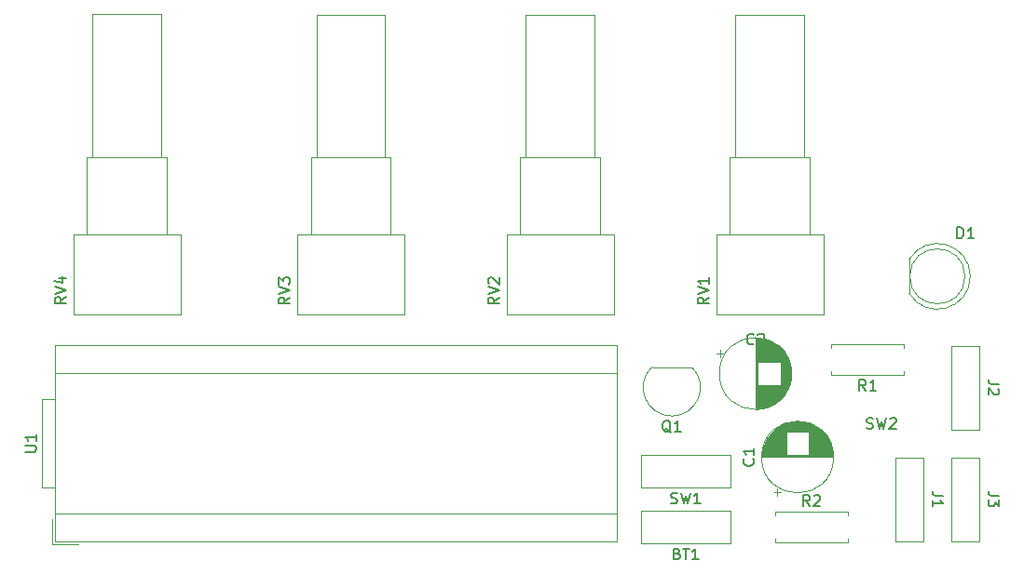
<source format=gbr>
%TF.GenerationSoftware,KiCad,Pcbnew,7.0.10*%
%TF.CreationDate,2024-01-25T23:58:25+01:00*%
%TF.ProjectId,daisy_01,64616973-795f-4303-912e-6b696361645f,rev?*%
%TF.SameCoordinates,Original*%
%TF.FileFunction,Legend,Top*%
%TF.FilePolarity,Positive*%
%FSLAX46Y46*%
G04 Gerber Fmt 4.6, Leading zero omitted, Abs format (unit mm)*
G04 Created by KiCad (PCBNEW 7.0.10) date 2024-01-25 23:58:25*
%MOMM*%
%LPD*%
G01*
G04 APERTURE LIST*
%ADD10C,0.150000*%
%ADD11C,0.120000*%
G04 APERTURE END LIST*
D10*
X176466667Y-120557200D02*
X176609524Y-120604819D01*
X176609524Y-120604819D02*
X176847619Y-120604819D01*
X176847619Y-120604819D02*
X176942857Y-120557200D01*
X176942857Y-120557200D02*
X176990476Y-120509580D01*
X176990476Y-120509580D02*
X177038095Y-120414342D01*
X177038095Y-120414342D02*
X177038095Y-120319104D01*
X177038095Y-120319104D02*
X176990476Y-120223866D01*
X176990476Y-120223866D02*
X176942857Y-120176247D01*
X176942857Y-120176247D02*
X176847619Y-120128628D01*
X176847619Y-120128628D02*
X176657143Y-120081009D01*
X176657143Y-120081009D02*
X176561905Y-120033390D01*
X176561905Y-120033390D02*
X176514286Y-119985771D01*
X176514286Y-119985771D02*
X176466667Y-119890533D01*
X176466667Y-119890533D02*
X176466667Y-119795295D01*
X176466667Y-119795295D02*
X176514286Y-119700057D01*
X176514286Y-119700057D02*
X176561905Y-119652438D01*
X176561905Y-119652438D02*
X176657143Y-119604819D01*
X176657143Y-119604819D02*
X176895238Y-119604819D01*
X176895238Y-119604819D02*
X177038095Y-119652438D01*
X177371429Y-119604819D02*
X177609524Y-120604819D01*
X177609524Y-120604819D02*
X177800000Y-119890533D01*
X177800000Y-119890533D02*
X177990476Y-120604819D01*
X177990476Y-120604819D02*
X178228572Y-119604819D01*
X178561905Y-119700057D02*
X178609524Y-119652438D01*
X178609524Y-119652438D02*
X178704762Y-119604819D01*
X178704762Y-119604819D02*
X178942857Y-119604819D01*
X178942857Y-119604819D02*
X179038095Y-119652438D01*
X179038095Y-119652438D02*
X179085714Y-119700057D01*
X179085714Y-119700057D02*
X179133333Y-119795295D01*
X179133333Y-119795295D02*
X179133333Y-119890533D01*
X179133333Y-119890533D02*
X179085714Y-120033390D01*
X179085714Y-120033390D02*
X178514286Y-120604819D01*
X178514286Y-120604819D02*
X179133333Y-120604819D01*
X143044819Y-108635238D02*
X142568628Y-108968571D01*
X143044819Y-109206666D02*
X142044819Y-109206666D01*
X142044819Y-109206666D02*
X142044819Y-108825714D01*
X142044819Y-108825714D02*
X142092438Y-108730476D01*
X142092438Y-108730476D02*
X142140057Y-108682857D01*
X142140057Y-108682857D02*
X142235295Y-108635238D01*
X142235295Y-108635238D02*
X142378152Y-108635238D01*
X142378152Y-108635238D02*
X142473390Y-108682857D01*
X142473390Y-108682857D02*
X142521009Y-108730476D01*
X142521009Y-108730476D02*
X142568628Y-108825714D01*
X142568628Y-108825714D02*
X142568628Y-109206666D01*
X142044819Y-108349523D02*
X143044819Y-108016190D01*
X143044819Y-108016190D02*
X142044819Y-107682857D01*
X142140057Y-107397142D02*
X142092438Y-107349523D01*
X142092438Y-107349523D02*
X142044819Y-107254285D01*
X142044819Y-107254285D02*
X142044819Y-107016190D01*
X142044819Y-107016190D02*
X142092438Y-106920952D01*
X142092438Y-106920952D02*
X142140057Y-106873333D01*
X142140057Y-106873333D02*
X142235295Y-106825714D01*
X142235295Y-106825714D02*
X142330533Y-106825714D01*
X142330533Y-106825714D02*
X142473390Y-106873333D01*
X142473390Y-106873333D02*
X143044819Y-107444761D01*
X143044819Y-107444761D02*
X143044819Y-106825714D01*
X166139580Y-123336666D02*
X166187200Y-123384285D01*
X166187200Y-123384285D02*
X166234819Y-123527142D01*
X166234819Y-123527142D02*
X166234819Y-123622380D01*
X166234819Y-123622380D02*
X166187200Y-123765237D01*
X166187200Y-123765237D02*
X166091961Y-123860475D01*
X166091961Y-123860475D02*
X165996723Y-123908094D01*
X165996723Y-123908094D02*
X165806247Y-123955713D01*
X165806247Y-123955713D02*
X165663390Y-123955713D01*
X165663390Y-123955713D02*
X165472914Y-123908094D01*
X165472914Y-123908094D02*
X165377676Y-123860475D01*
X165377676Y-123860475D02*
X165282438Y-123765237D01*
X165282438Y-123765237D02*
X165234819Y-123622380D01*
X165234819Y-123622380D02*
X165234819Y-123527142D01*
X165234819Y-123527142D02*
X165282438Y-123384285D01*
X165282438Y-123384285D02*
X165330057Y-123336666D01*
X166234819Y-122384285D02*
X166234819Y-122955713D01*
X166234819Y-122669999D02*
X165234819Y-122669999D01*
X165234819Y-122669999D02*
X165377676Y-122765237D01*
X165377676Y-122765237D02*
X165472914Y-122860475D01*
X165472914Y-122860475D02*
X165520533Y-122955713D01*
X124034819Y-108635238D02*
X123558628Y-108968571D01*
X124034819Y-109206666D02*
X123034819Y-109206666D01*
X123034819Y-109206666D02*
X123034819Y-108825714D01*
X123034819Y-108825714D02*
X123082438Y-108730476D01*
X123082438Y-108730476D02*
X123130057Y-108682857D01*
X123130057Y-108682857D02*
X123225295Y-108635238D01*
X123225295Y-108635238D02*
X123368152Y-108635238D01*
X123368152Y-108635238D02*
X123463390Y-108682857D01*
X123463390Y-108682857D02*
X123511009Y-108730476D01*
X123511009Y-108730476D02*
X123558628Y-108825714D01*
X123558628Y-108825714D02*
X123558628Y-109206666D01*
X123034819Y-108349523D02*
X124034819Y-108016190D01*
X124034819Y-108016190D02*
X123034819Y-107682857D01*
X123034819Y-107444761D02*
X123034819Y-106825714D01*
X123034819Y-106825714D02*
X123415771Y-107159047D01*
X123415771Y-107159047D02*
X123415771Y-107016190D01*
X123415771Y-107016190D02*
X123463390Y-106920952D01*
X123463390Y-106920952D02*
X123511009Y-106873333D01*
X123511009Y-106873333D02*
X123606247Y-106825714D01*
X123606247Y-106825714D02*
X123844342Y-106825714D01*
X123844342Y-106825714D02*
X123939580Y-106873333D01*
X123939580Y-106873333D02*
X123987200Y-106920952D01*
X123987200Y-106920952D02*
X124034819Y-107016190D01*
X124034819Y-107016190D02*
X124034819Y-107301904D01*
X124034819Y-107301904D02*
X123987200Y-107397142D01*
X123987200Y-107397142D02*
X123939580Y-107444761D01*
X184681905Y-103264819D02*
X184681905Y-102264819D01*
X184681905Y-102264819D02*
X184920000Y-102264819D01*
X184920000Y-102264819D02*
X185062857Y-102312438D01*
X185062857Y-102312438D02*
X185158095Y-102407676D01*
X185158095Y-102407676D02*
X185205714Y-102502914D01*
X185205714Y-102502914D02*
X185253333Y-102693390D01*
X185253333Y-102693390D02*
X185253333Y-102836247D01*
X185253333Y-102836247D02*
X185205714Y-103026723D01*
X185205714Y-103026723D02*
X185158095Y-103121961D01*
X185158095Y-103121961D02*
X185062857Y-103217200D01*
X185062857Y-103217200D02*
X184920000Y-103264819D01*
X184920000Y-103264819D02*
X184681905Y-103264819D01*
X186205714Y-103264819D02*
X185634286Y-103264819D01*
X185920000Y-103264819D02*
X185920000Y-102264819D01*
X185920000Y-102264819D02*
X185824762Y-102407676D01*
X185824762Y-102407676D02*
X185729524Y-102502914D01*
X185729524Y-102502914D02*
X185634286Y-102550533D01*
X99994819Y-122681904D02*
X100804342Y-122681904D01*
X100804342Y-122681904D02*
X100899580Y-122634285D01*
X100899580Y-122634285D02*
X100947200Y-122586666D01*
X100947200Y-122586666D02*
X100994819Y-122491428D01*
X100994819Y-122491428D02*
X100994819Y-122300952D01*
X100994819Y-122300952D02*
X100947200Y-122205714D01*
X100947200Y-122205714D02*
X100899580Y-122158095D01*
X100899580Y-122158095D02*
X100804342Y-122110476D01*
X100804342Y-122110476D02*
X99994819Y-122110476D01*
X100994819Y-121110476D02*
X100994819Y-121681904D01*
X100994819Y-121396190D02*
X99994819Y-121396190D01*
X99994819Y-121396190D02*
X100137676Y-121491428D01*
X100137676Y-121491428D02*
X100232914Y-121586666D01*
X100232914Y-121586666D02*
X100280533Y-121681904D01*
X162094819Y-108635238D02*
X161618628Y-108968571D01*
X162094819Y-109206666D02*
X161094819Y-109206666D01*
X161094819Y-109206666D02*
X161094819Y-108825714D01*
X161094819Y-108825714D02*
X161142438Y-108730476D01*
X161142438Y-108730476D02*
X161190057Y-108682857D01*
X161190057Y-108682857D02*
X161285295Y-108635238D01*
X161285295Y-108635238D02*
X161428152Y-108635238D01*
X161428152Y-108635238D02*
X161523390Y-108682857D01*
X161523390Y-108682857D02*
X161571009Y-108730476D01*
X161571009Y-108730476D02*
X161618628Y-108825714D01*
X161618628Y-108825714D02*
X161618628Y-109206666D01*
X161094819Y-108349523D02*
X162094819Y-108016190D01*
X162094819Y-108016190D02*
X161094819Y-107682857D01*
X162094819Y-106825714D02*
X162094819Y-107397142D01*
X162094819Y-107111428D02*
X161094819Y-107111428D01*
X161094819Y-107111428D02*
X161237676Y-107206666D01*
X161237676Y-107206666D02*
X161332914Y-107301904D01*
X161332914Y-107301904D02*
X161380533Y-107397142D01*
X158686667Y-127367200D02*
X158829524Y-127414819D01*
X158829524Y-127414819D02*
X159067619Y-127414819D01*
X159067619Y-127414819D02*
X159162857Y-127367200D01*
X159162857Y-127367200D02*
X159210476Y-127319580D01*
X159210476Y-127319580D02*
X159258095Y-127224342D01*
X159258095Y-127224342D02*
X159258095Y-127129104D01*
X159258095Y-127129104D02*
X159210476Y-127033866D01*
X159210476Y-127033866D02*
X159162857Y-126986247D01*
X159162857Y-126986247D02*
X159067619Y-126938628D01*
X159067619Y-126938628D02*
X158877143Y-126891009D01*
X158877143Y-126891009D02*
X158781905Y-126843390D01*
X158781905Y-126843390D02*
X158734286Y-126795771D01*
X158734286Y-126795771D02*
X158686667Y-126700533D01*
X158686667Y-126700533D02*
X158686667Y-126605295D01*
X158686667Y-126605295D02*
X158734286Y-126510057D01*
X158734286Y-126510057D02*
X158781905Y-126462438D01*
X158781905Y-126462438D02*
X158877143Y-126414819D01*
X158877143Y-126414819D02*
X159115238Y-126414819D01*
X159115238Y-126414819D02*
X159258095Y-126462438D01*
X159591429Y-126414819D02*
X159829524Y-127414819D01*
X159829524Y-127414819D02*
X160020000Y-126700533D01*
X160020000Y-126700533D02*
X160210476Y-127414819D01*
X160210476Y-127414819D02*
X160448572Y-126414819D01*
X161353333Y-127414819D02*
X160781905Y-127414819D01*
X161067619Y-127414819D02*
X161067619Y-126414819D01*
X161067619Y-126414819D02*
X160972381Y-126557676D01*
X160972381Y-126557676D02*
X160877143Y-126652914D01*
X160877143Y-126652914D02*
X160781905Y-126700533D01*
X166183333Y-112844580D02*
X166135714Y-112892200D01*
X166135714Y-112892200D02*
X165992857Y-112939819D01*
X165992857Y-112939819D02*
X165897619Y-112939819D01*
X165897619Y-112939819D02*
X165754762Y-112892200D01*
X165754762Y-112892200D02*
X165659524Y-112796961D01*
X165659524Y-112796961D02*
X165611905Y-112701723D01*
X165611905Y-112701723D02*
X165564286Y-112511247D01*
X165564286Y-112511247D02*
X165564286Y-112368390D01*
X165564286Y-112368390D02*
X165611905Y-112177914D01*
X165611905Y-112177914D02*
X165659524Y-112082676D01*
X165659524Y-112082676D02*
X165754762Y-111987438D01*
X165754762Y-111987438D02*
X165897619Y-111939819D01*
X165897619Y-111939819D02*
X165992857Y-111939819D01*
X165992857Y-111939819D02*
X166135714Y-111987438D01*
X166135714Y-111987438D02*
X166183333Y-112035057D01*
X166564286Y-112035057D02*
X166611905Y-111987438D01*
X166611905Y-111987438D02*
X166707143Y-111939819D01*
X166707143Y-111939819D02*
X166945238Y-111939819D01*
X166945238Y-111939819D02*
X167040476Y-111987438D01*
X167040476Y-111987438D02*
X167088095Y-112035057D01*
X167088095Y-112035057D02*
X167135714Y-112130295D01*
X167135714Y-112130295D02*
X167135714Y-112225533D01*
X167135714Y-112225533D02*
X167088095Y-112368390D01*
X167088095Y-112368390D02*
X166516667Y-112939819D01*
X166516667Y-112939819D02*
X167135714Y-112939819D01*
X159234285Y-131971009D02*
X159377142Y-132018628D01*
X159377142Y-132018628D02*
X159424761Y-132066247D01*
X159424761Y-132066247D02*
X159472380Y-132161485D01*
X159472380Y-132161485D02*
X159472380Y-132304342D01*
X159472380Y-132304342D02*
X159424761Y-132399580D01*
X159424761Y-132399580D02*
X159377142Y-132447200D01*
X159377142Y-132447200D02*
X159281904Y-132494819D01*
X159281904Y-132494819D02*
X158900952Y-132494819D01*
X158900952Y-132494819D02*
X158900952Y-131494819D01*
X158900952Y-131494819D02*
X159234285Y-131494819D01*
X159234285Y-131494819D02*
X159329523Y-131542438D01*
X159329523Y-131542438D02*
X159377142Y-131590057D01*
X159377142Y-131590057D02*
X159424761Y-131685295D01*
X159424761Y-131685295D02*
X159424761Y-131780533D01*
X159424761Y-131780533D02*
X159377142Y-131875771D01*
X159377142Y-131875771D02*
X159329523Y-131923390D01*
X159329523Y-131923390D02*
X159234285Y-131971009D01*
X159234285Y-131971009D02*
X158900952Y-131971009D01*
X159758095Y-131494819D02*
X160329523Y-131494819D01*
X160043809Y-132494819D02*
X160043809Y-131494819D01*
X161186666Y-132494819D02*
X160615238Y-132494819D01*
X160900952Y-132494819D02*
X160900952Y-131494819D01*
X160900952Y-131494819D02*
X160805714Y-131637676D01*
X160805714Y-131637676D02*
X160710476Y-131732914D01*
X160710476Y-131732914D02*
X160615238Y-131780533D01*
X103674819Y-108590238D02*
X103198628Y-108923571D01*
X103674819Y-109161666D02*
X102674819Y-109161666D01*
X102674819Y-109161666D02*
X102674819Y-108780714D01*
X102674819Y-108780714D02*
X102722438Y-108685476D01*
X102722438Y-108685476D02*
X102770057Y-108637857D01*
X102770057Y-108637857D02*
X102865295Y-108590238D01*
X102865295Y-108590238D02*
X103008152Y-108590238D01*
X103008152Y-108590238D02*
X103103390Y-108637857D01*
X103103390Y-108637857D02*
X103151009Y-108685476D01*
X103151009Y-108685476D02*
X103198628Y-108780714D01*
X103198628Y-108780714D02*
X103198628Y-109161666D01*
X102674819Y-108304523D02*
X103674819Y-107971190D01*
X103674819Y-107971190D02*
X102674819Y-107637857D01*
X103008152Y-106875952D02*
X103674819Y-106875952D01*
X102627200Y-107114047D02*
X103341485Y-107352142D01*
X103341485Y-107352142D02*
X103341485Y-106733095D01*
X188505180Y-126666666D02*
X187790895Y-126666666D01*
X187790895Y-126666666D02*
X187648038Y-126619047D01*
X187648038Y-126619047D02*
X187552800Y-126523809D01*
X187552800Y-126523809D02*
X187505180Y-126380952D01*
X187505180Y-126380952D02*
X187505180Y-126285714D01*
X188505180Y-127047619D02*
X188505180Y-127666666D01*
X188505180Y-127666666D02*
X188124228Y-127333333D01*
X188124228Y-127333333D02*
X188124228Y-127476190D01*
X188124228Y-127476190D02*
X188076609Y-127571428D01*
X188076609Y-127571428D02*
X188028990Y-127619047D01*
X188028990Y-127619047D02*
X187933752Y-127666666D01*
X187933752Y-127666666D02*
X187695657Y-127666666D01*
X187695657Y-127666666D02*
X187600419Y-127619047D01*
X187600419Y-127619047D02*
X187552800Y-127571428D01*
X187552800Y-127571428D02*
X187505180Y-127476190D01*
X187505180Y-127476190D02*
X187505180Y-127190476D01*
X187505180Y-127190476D02*
X187552800Y-127095238D01*
X187552800Y-127095238D02*
X187600419Y-127047619D01*
X158654761Y-120950057D02*
X158559523Y-120902438D01*
X158559523Y-120902438D02*
X158464285Y-120807200D01*
X158464285Y-120807200D02*
X158321428Y-120664342D01*
X158321428Y-120664342D02*
X158226190Y-120616723D01*
X158226190Y-120616723D02*
X158130952Y-120616723D01*
X158178571Y-120854819D02*
X158083333Y-120807200D01*
X158083333Y-120807200D02*
X157988095Y-120711961D01*
X157988095Y-120711961D02*
X157940476Y-120521485D01*
X157940476Y-120521485D02*
X157940476Y-120188152D01*
X157940476Y-120188152D02*
X157988095Y-119997676D01*
X157988095Y-119997676D02*
X158083333Y-119902438D01*
X158083333Y-119902438D02*
X158178571Y-119854819D01*
X158178571Y-119854819D02*
X158369047Y-119854819D01*
X158369047Y-119854819D02*
X158464285Y-119902438D01*
X158464285Y-119902438D02*
X158559523Y-119997676D01*
X158559523Y-119997676D02*
X158607142Y-120188152D01*
X158607142Y-120188152D02*
X158607142Y-120521485D01*
X158607142Y-120521485D02*
X158559523Y-120711961D01*
X158559523Y-120711961D02*
X158464285Y-120807200D01*
X158464285Y-120807200D02*
X158369047Y-120854819D01*
X158369047Y-120854819D02*
X158178571Y-120854819D01*
X159559523Y-120854819D02*
X158988095Y-120854819D01*
X159273809Y-120854819D02*
X159273809Y-119854819D01*
X159273809Y-119854819D02*
X159178571Y-119997676D01*
X159178571Y-119997676D02*
X159083333Y-120092914D01*
X159083333Y-120092914D02*
X158988095Y-120140533D01*
X183425180Y-126666666D02*
X182710895Y-126666666D01*
X182710895Y-126666666D02*
X182568038Y-126619047D01*
X182568038Y-126619047D02*
X182472800Y-126523809D01*
X182472800Y-126523809D02*
X182425180Y-126380952D01*
X182425180Y-126380952D02*
X182425180Y-126285714D01*
X182425180Y-127666666D02*
X182425180Y-127095238D01*
X182425180Y-127380952D02*
X183425180Y-127380952D01*
X183425180Y-127380952D02*
X183282323Y-127285714D01*
X183282323Y-127285714D02*
X183187085Y-127190476D01*
X183187085Y-127190476D02*
X183139466Y-127095238D01*
X171283333Y-127624819D02*
X170950000Y-127148628D01*
X170711905Y-127624819D02*
X170711905Y-126624819D01*
X170711905Y-126624819D02*
X171092857Y-126624819D01*
X171092857Y-126624819D02*
X171188095Y-126672438D01*
X171188095Y-126672438D02*
X171235714Y-126720057D01*
X171235714Y-126720057D02*
X171283333Y-126815295D01*
X171283333Y-126815295D02*
X171283333Y-126958152D01*
X171283333Y-126958152D02*
X171235714Y-127053390D01*
X171235714Y-127053390D02*
X171188095Y-127101009D01*
X171188095Y-127101009D02*
X171092857Y-127148628D01*
X171092857Y-127148628D02*
X170711905Y-127148628D01*
X171664286Y-126720057D02*
X171711905Y-126672438D01*
X171711905Y-126672438D02*
X171807143Y-126624819D01*
X171807143Y-126624819D02*
X172045238Y-126624819D01*
X172045238Y-126624819D02*
X172140476Y-126672438D01*
X172140476Y-126672438D02*
X172188095Y-126720057D01*
X172188095Y-126720057D02*
X172235714Y-126815295D01*
X172235714Y-126815295D02*
X172235714Y-126910533D01*
X172235714Y-126910533D02*
X172188095Y-127053390D01*
X172188095Y-127053390D02*
X171616667Y-127624819D01*
X171616667Y-127624819D02*
X172235714Y-127624819D01*
X176363333Y-117124819D02*
X176030000Y-116648628D01*
X175791905Y-117124819D02*
X175791905Y-116124819D01*
X175791905Y-116124819D02*
X176172857Y-116124819D01*
X176172857Y-116124819D02*
X176268095Y-116172438D01*
X176268095Y-116172438D02*
X176315714Y-116220057D01*
X176315714Y-116220057D02*
X176363333Y-116315295D01*
X176363333Y-116315295D02*
X176363333Y-116458152D01*
X176363333Y-116458152D02*
X176315714Y-116553390D01*
X176315714Y-116553390D02*
X176268095Y-116601009D01*
X176268095Y-116601009D02*
X176172857Y-116648628D01*
X176172857Y-116648628D02*
X175791905Y-116648628D01*
X177315714Y-117124819D02*
X176744286Y-117124819D01*
X177030000Y-117124819D02*
X177030000Y-116124819D01*
X177030000Y-116124819D02*
X176934762Y-116267676D01*
X176934762Y-116267676D02*
X176839524Y-116362914D01*
X176839524Y-116362914D02*
X176744286Y-116410533D01*
X188505180Y-116506666D02*
X187790895Y-116506666D01*
X187790895Y-116506666D02*
X187648038Y-116459047D01*
X187648038Y-116459047D02*
X187552800Y-116363809D01*
X187552800Y-116363809D02*
X187505180Y-116220952D01*
X187505180Y-116220952D02*
X187505180Y-116125714D01*
X188409942Y-116935238D02*
X188457561Y-116982857D01*
X188457561Y-116982857D02*
X188505180Y-117078095D01*
X188505180Y-117078095D02*
X188505180Y-117316190D01*
X188505180Y-117316190D02*
X188457561Y-117411428D01*
X188457561Y-117411428D02*
X188409942Y-117459047D01*
X188409942Y-117459047D02*
X188314704Y-117506666D01*
X188314704Y-117506666D02*
X188219466Y-117506666D01*
X188219466Y-117506666D02*
X188076609Y-117459047D01*
X188076609Y-117459047D02*
X187505180Y-116887619D01*
X187505180Y-116887619D02*
X187505180Y-117506666D01*
D11*
%TO.C,RV2*%
X145470000Y-82920000D02*
X151710000Y-82920000D01*
X151710000Y-95920000D02*
X151710000Y-82920000D01*
X145470000Y-95920000D02*
X145470000Y-82920000D01*
X144970000Y-95920000D02*
X152210000Y-95920000D01*
X152210000Y-102920000D02*
X152210000Y-95920000D01*
X144970000Y-102920000D02*
X144970000Y-95920000D01*
X143720000Y-102920000D02*
X153460000Y-102920000D01*
X153460000Y-110215000D02*
X153460000Y-102920000D01*
X143720000Y-110215000D02*
X143720000Y-102920000D01*
X143720000Y-110215000D02*
X153460000Y-110215000D01*
%TO.C,C1*%
X168341000Y-126670241D02*
X168341000Y-126040241D01*
X168026000Y-126355241D02*
X168656000Y-126355241D01*
X166950000Y-123170000D02*
X173410000Y-123170000D01*
X166950000Y-123130000D02*
X173410000Y-123130000D01*
X166950000Y-123090000D02*
X173410000Y-123090000D01*
X166952000Y-123050000D02*
X173408000Y-123050000D01*
X166953000Y-123010000D02*
X173407000Y-123010000D01*
X166956000Y-122970000D02*
X173404000Y-122970000D01*
X166958000Y-122930000D02*
X169140000Y-122930000D01*
X171220000Y-122930000D02*
X173402000Y-122930000D01*
X166962000Y-122890000D02*
X169140000Y-122890000D01*
X171220000Y-122890000D02*
X173398000Y-122890000D01*
X166965000Y-122850000D02*
X169140000Y-122850000D01*
X171220000Y-122850000D02*
X173395000Y-122850000D01*
X166969000Y-122810000D02*
X169140000Y-122810000D01*
X171220000Y-122810000D02*
X173391000Y-122810000D01*
X166974000Y-122770000D02*
X169140000Y-122770000D01*
X171220000Y-122770000D02*
X173386000Y-122770000D01*
X166979000Y-122730000D02*
X169140000Y-122730000D01*
X171220000Y-122730000D02*
X173381000Y-122730000D01*
X166985000Y-122690000D02*
X169140000Y-122690000D01*
X171220000Y-122690000D02*
X173375000Y-122690000D01*
X166991000Y-122650000D02*
X169140000Y-122650000D01*
X171220000Y-122650000D02*
X173369000Y-122650000D01*
X166998000Y-122610000D02*
X169140000Y-122610000D01*
X171220000Y-122610000D02*
X173362000Y-122610000D01*
X167005000Y-122570000D02*
X169140000Y-122570000D01*
X171220000Y-122570000D02*
X173355000Y-122570000D01*
X167013000Y-122530000D02*
X169140000Y-122530000D01*
X171220000Y-122530000D02*
X173347000Y-122530000D01*
X167021000Y-122490000D02*
X169140000Y-122490000D01*
X171220000Y-122490000D02*
X173339000Y-122490000D01*
X167030000Y-122449000D02*
X169140000Y-122449000D01*
X171220000Y-122449000D02*
X173330000Y-122449000D01*
X167039000Y-122409000D02*
X169140000Y-122409000D01*
X171220000Y-122409000D02*
X173321000Y-122409000D01*
X167049000Y-122369000D02*
X169140000Y-122369000D01*
X171220000Y-122369000D02*
X173311000Y-122369000D01*
X167059000Y-122329000D02*
X169140000Y-122329000D01*
X171220000Y-122329000D02*
X173301000Y-122329000D01*
X167070000Y-122289000D02*
X169140000Y-122289000D01*
X171220000Y-122289000D02*
X173290000Y-122289000D01*
X167082000Y-122249000D02*
X169140000Y-122249000D01*
X171220000Y-122249000D02*
X173278000Y-122249000D01*
X167094000Y-122209000D02*
X169140000Y-122209000D01*
X171220000Y-122209000D02*
X173266000Y-122209000D01*
X167106000Y-122169000D02*
X169140000Y-122169000D01*
X171220000Y-122169000D02*
X173254000Y-122169000D01*
X167119000Y-122129000D02*
X169140000Y-122129000D01*
X171220000Y-122129000D02*
X173241000Y-122129000D01*
X167133000Y-122089000D02*
X169140000Y-122089000D01*
X171220000Y-122089000D02*
X173227000Y-122089000D01*
X167147000Y-122049000D02*
X169140000Y-122049000D01*
X171220000Y-122049000D02*
X173213000Y-122049000D01*
X167162000Y-122009000D02*
X169140000Y-122009000D01*
X171220000Y-122009000D02*
X173198000Y-122009000D01*
X167178000Y-121969000D02*
X169140000Y-121969000D01*
X171220000Y-121969000D02*
X173182000Y-121969000D01*
X167194000Y-121929000D02*
X169140000Y-121929000D01*
X171220000Y-121929000D02*
X173166000Y-121929000D01*
X167210000Y-121889000D02*
X169140000Y-121889000D01*
X171220000Y-121889000D02*
X173150000Y-121889000D01*
X167228000Y-121849000D02*
X169140000Y-121849000D01*
X171220000Y-121849000D02*
X173132000Y-121849000D01*
X167246000Y-121809000D02*
X169140000Y-121809000D01*
X171220000Y-121809000D02*
X173114000Y-121809000D01*
X167264000Y-121769000D02*
X169140000Y-121769000D01*
X171220000Y-121769000D02*
X173096000Y-121769000D01*
X167284000Y-121729000D02*
X169140000Y-121729000D01*
X171220000Y-121729000D02*
X173076000Y-121729000D01*
X167304000Y-121689000D02*
X169140000Y-121689000D01*
X171220000Y-121689000D02*
X173056000Y-121689000D01*
X167324000Y-121649000D02*
X169140000Y-121649000D01*
X171220000Y-121649000D02*
X173036000Y-121649000D01*
X167346000Y-121609000D02*
X169140000Y-121609000D01*
X171220000Y-121609000D02*
X173014000Y-121609000D01*
X167368000Y-121569000D02*
X169140000Y-121569000D01*
X171220000Y-121569000D02*
X172992000Y-121569000D01*
X167390000Y-121529000D02*
X169140000Y-121529000D01*
X171220000Y-121529000D02*
X172970000Y-121529000D01*
X167414000Y-121489000D02*
X169140000Y-121489000D01*
X171220000Y-121489000D02*
X172946000Y-121489000D01*
X167438000Y-121449000D02*
X169140000Y-121449000D01*
X171220000Y-121449000D02*
X172922000Y-121449000D01*
X167464000Y-121409000D02*
X169140000Y-121409000D01*
X171220000Y-121409000D02*
X172896000Y-121409000D01*
X167490000Y-121369000D02*
X169140000Y-121369000D01*
X171220000Y-121369000D02*
X172870000Y-121369000D01*
X167516000Y-121329000D02*
X169140000Y-121329000D01*
X171220000Y-121329000D02*
X172844000Y-121329000D01*
X167544000Y-121289000D02*
X169140000Y-121289000D01*
X171220000Y-121289000D02*
X172816000Y-121289000D01*
X167573000Y-121249000D02*
X169140000Y-121249000D01*
X171220000Y-121249000D02*
X172787000Y-121249000D01*
X167602000Y-121209000D02*
X169140000Y-121209000D01*
X171220000Y-121209000D02*
X172758000Y-121209000D01*
X167632000Y-121169000D02*
X169140000Y-121169000D01*
X171220000Y-121169000D02*
X172728000Y-121169000D01*
X167664000Y-121129000D02*
X169140000Y-121129000D01*
X171220000Y-121129000D02*
X172696000Y-121129000D01*
X167696000Y-121089000D02*
X169140000Y-121089000D01*
X171220000Y-121089000D02*
X172664000Y-121089000D01*
X167730000Y-121049000D02*
X169140000Y-121049000D01*
X171220000Y-121049000D02*
X172630000Y-121049000D01*
X167764000Y-121009000D02*
X169140000Y-121009000D01*
X171220000Y-121009000D02*
X172596000Y-121009000D01*
X167800000Y-120969000D02*
X169140000Y-120969000D01*
X171220000Y-120969000D02*
X172560000Y-120969000D01*
X167837000Y-120929000D02*
X169140000Y-120929000D01*
X171220000Y-120929000D02*
X172523000Y-120929000D01*
X167875000Y-120889000D02*
X169140000Y-120889000D01*
X171220000Y-120889000D02*
X172485000Y-120889000D01*
X167915000Y-120849000D02*
X172445000Y-120849000D01*
X167956000Y-120809000D02*
X172404000Y-120809000D01*
X167998000Y-120769000D02*
X172362000Y-120769000D01*
X168043000Y-120729000D02*
X172317000Y-120729000D01*
X168088000Y-120689000D02*
X172272000Y-120689000D01*
X168136000Y-120649000D02*
X172224000Y-120649000D01*
X168185000Y-120609000D02*
X172175000Y-120609000D01*
X168236000Y-120569000D02*
X172124000Y-120569000D01*
X168290000Y-120529000D02*
X172070000Y-120529000D01*
X168346000Y-120489000D02*
X172014000Y-120489000D01*
X168404000Y-120449000D02*
X171956000Y-120449000D01*
X168466000Y-120409000D02*
X171894000Y-120409000D01*
X168530000Y-120369000D02*
X171830000Y-120369000D01*
X168599000Y-120329000D02*
X171761000Y-120329000D01*
X168671000Y-120289000D02*
X171689000Y-120289000D01*
X168748000Y-120249000D02*
X171612000Y-120249000D01*
X168830000Y-120209000D02*
X171530000Y-120209000D01*
X168918000Y-120169000D02*
X171442000Y-120169000D01*
X169015000Y-120129000D02*
X171345000Y-120129000D01*
X169121000Y-120089000D02*
X171239000Y-120089000D01*
X169240000Y-120049000D02*
X171120000Y-120049000D01*
X169378000Y-120009000D02*
X170982000Y-120009000D01*
X169547000Y-119969000D02*
X170813000Y-119969000D01*
X169778000Y-119929000D02*
X170582000Y-119929000D01*
X173450000Y-123170000D02*
G75*
G03*
X166910000Y-123170000I-3270000J0D01*
G01*
X166910000Y-123170000D02*
G75*
G03*
X173450000Y-123170000I3270000J0D01*
G01*
%TO.C,RV3*%
X126460000Y-82920000D02*
X132700000Y-82920000D01*
X132700000Y-95920000D02*
X132700000Y-82920000D01*
X126460000Y-95920000D02*
X126460000Y-82920000D01*
X125960000Y-95920000D02*
X133200000Y-95920000D01*
X133200000Y-102920000D02*
X133200000Y-95920000D01*
X125960000Y-102920000D02*
X125960000Y-95920000D01*
X124710000Y-102920000D02*
X134450000Y-102920000D01*
X134450000Y-110215000D02*
X134450000Y-102920000D01*
X124710000Y-110215000D02*
X124710000Y-102920000D01*
X124710000Y-110215000D02*
X134450000Y-110215000D01*
%TO.C,D1*%
X180320000Y-105180000D02*
X180320000Y-108270000D01*
X185869999Y-106725462D02*
G75*
G03*
X180320001Y-105180170I-2989999J462D01*
G01*
X180320000Y-108269830D02*
G75*
G03*
X185870000Y-106724538I2560000J1544830D01*
G01*
X185380000Y-106725000D02*
G75*
G03*
X180380000Y-106725000I-2500000J0D01*
G01*
X180380000Y-106725000D02*
G75*
G03*
X185380000Y-106725000I2500000J0D01*
G01*
%TO.C,U1*%
X102440000Y-131120000D02*
X104840000Y-131120000D01*
X102740000Y-130820000D02*
X102740000Y-113020000D01*
X153740000Y-130820000D02*
X102740000Y-130820000D01*
X102440000Y-128820000D02*
X102440000Y-131120000D01*
X102740000Y-128340000D02*
X153740000Y-128340000D01*
X101540000Y-125920000D02*
X101540000Y-117920000D01*
X102740000Y-125920000D02*
X101540000Y-125920000D01*
X101540000Y-117920000D02*
X102740000Y-117920000D01*
X102740000Y-115540000D02*
X153740000Y-115540000D01*
X102740000Y-113020000D02*
X153740000Y-113020000D01*
X153740000Y-113020000D02*
X153740000Y-130820000D01*
%TO.C,RV1*%
X164520000Y-82920000D02*
X170760000Y-82920000D01*
X170760000Y-95920000D02*
X170760000Y-82920000D01*
X164520000Y-95920000D02*
X164520000Y-82920000D01*
X164020000Y-95920000D02*
X171260000Y-95920000D01*
X171260000Y-102920000D02*
X171260000Y-95920000D01*
X164020000Y-102920000D02*
X164020000Y-95920000D01*
X162770000Y-102920000D02*
X172510000Y-102920000D01*
X172510000Y-110215000D02*
X172510000Y-102920000D01*
X162770000Y-110215000D02*
X162770000Y-102920000D01*
X162770000Y-110215000D02*
X172510000Y-110215000D01*
%TO.C,SW1*%
X164060000Y-125960000D02*
X164060000Y-122960000D01*
X164060000Y-125960000D02*
X155960000Y-125960000D01*
X155960000Y-122960000D02*
X164060000Y-122960000D01*
X155960000Y-122960000D02*
X155960000Y-125960000D01*
%TO.C,C2*%
X162849759Y-113731000D02*
X163479759Y-113731000D01*
X163164759Y-113416000D02*
X163164759Y-114046000D01*
X166350000Y-112340000D02*
X166350000Y-118800000D01*
X166390000Y-112340000D02*
X166390000Y-118800000D01*
X166430000Y-112340000D02*
X166430000Y-118800000D01*
X166470000Y-112342000D02*
X166470000Y-118798000D01*
X166510000Y-112343000D02*
X166510000Y-118797000D01*
X166550000Y-112346000D02*
X166550000Y-118794000D01*
X166590000Y-112348000D02*
X166590000Y-114530000D01*
X166590000Y-116610000D02*
X166590000Y-118792000D01*
X166630000Y-112352000D02*
X166630000Y-114530000D01*
X166630000Y-116610000D02*
X166630000Y-118788000D01*
X166670000Y-112355000D02*
X166670000Y-114530000D01*
X166670000Y-116610000D02*
X166670000Y-118785000D01*
X166710000Y-112359000D02*
X166710000Y-114530000D01*
X166710000Y-116610000D02*
X166710000Y-118781000D01*
X166750000Y-112364000D02*
X166750000Y-114530000D01*
X166750000Y-116610000D02*
X166750000Y-118776000D01*
X166790000Y-112369000D02*
X166790000Y-114530000D01*
X166790000Y-116610000D02*
X166790000Y-118771000D01*
X166830000Y-112375000D02*
X166830000Y-114530000D01*
X166830000Y-116610000D02*
X166830000Y-118765000D01*
X166870000Y-112381000D02*
X166870000Y-114530000D01*
X166870000Y-116610000D02*
X166870000Y-118759000D01*
X166910000Y-112388000D02*
X166910000Y-114530000D01*
X166910000Y-116610000D02*
X166910000Y-118752000D01*
X166950000Y-112395000D02*
X166950000Y-114530000D01*
X166950000Y-116610000D02*
X166950000Y-118745000D01*
X166990000Y-112403000D02*
X166990000Y-114530000D01*
X166990000Y-116610000D02*
X166990000Y-118737000D01*
X167030000Y-112411000D02*
X167030000Y-114530000D01*
X167030000Y-116610000D02*
X167030000Y-118729000D01*
X167071000Y-112420000D02*
X167071000Y-114530000D01*
X167071000Y-116610000D02*
X167071000Y-118720000D01*
X167111000Y-112429000D02*
X167111000Y-114530000D01*
X167111000Y-116610000D02*
X167111000Y-118711000D01*
X167151000Y-112439000D02*
X167151000Y-114530000D01*
X167151000Y-116610000D02*
X167151000Y-118701000D01*
X167191000Y-112449000D02*
X167191000Y-114530000D01*
X167191000Y-116610000D02*
X167191000Y-118691000D01*
X167231000Y-112460000D02*
X167231000Y-114530000D01*
X167231000Y-116610000D02*
X167231000Y-118680000D01*
X167271000Y-112472000D02*
X167271000Y-114530000D01*
X167271000Y-116610000D02*
X167271000Y-118668000D01*
X167311000Y-112484000D02*
X167311000Y-114530000D01*
X167311000Y-116610000D02*
X167311000Y-118656000D01*
X167351000Y-112496000D02*
X167351000Y-114530000D01*
X167351000Y-116610000D02*
X167351000Y-118644000D01*
X167391000Y-112509000D02*
X167391000Y-114530000D01*
X167391000Y-116610000D02*
X167391000Y-118631000D01*
X167431000Y-112523000D02*
X167431000Y-114530000D01*
X167431000Y-116610000D02*
X167431000Y-118617000D01*
X167471000Y-112537000D02*
X167471000Y-114530000D01*
X167471000Y-116610000D02*
X167471000Y-118603000D01*
X167511000Y-112552000D02*
X167511000Y-114530000D01*
X167511000Y-116610000D02*
X167511000Y-118588000D01*
X167551000Y-112568000D02*
X167551000Y-114530000D01*
X167551000Y-116610000D02*
X167551000Y-118572000D01*
X167591000Y-112584000D02*
X167591000Y-114530000D01*
X167591000Y-116610000D02*
X167591000Y-118556000D01*
X167631000Y-112600000D02*
X167631000Y-114530000D01*
X167631000Y-116610000D02*
X167631000Y-118540000D01*
X167671000Y-112618000D02*
X167671000Y-114530000D01*
X167671000Y-116610000D02*
X167671000Y-118522000D01*
X167711000Y-112636000D02*
X167711000Y-114530000D01*
X167711000Y-116610000D02*
X167711000Y-118504000D01*
X167751000Y-112654000D02*
X167751000Y-114530000D01*
X167751000Y-116610000D02*
X167751000Y-118486000D01*
X167791000Y-112674000D02*
X167791000Y-114530000D01*
X167791000Y-116610000D02*
X167791000Y-118466000D01*
X167831000Y-112694000D02*
X167831000Y-114530000D01*
X167831000Y-116610000D02*
X167831000Y-118446000D01*
X167871000Y-112714000D02*
X167871000Y-114530000D01*
X167871000Y-116610000D02*
X167871000Y-118426000D01*
X167911000Y-112736000D02*
X167911000Y-114530000D01*
X167911000Y-116610000D02*
X167911000Y-118404000D01*
X167951000Y-112758000D02*
X167951000Y-114530000D01*
X167951000Y-116610000D02*
X167951000Y-118382000D01*
X167991000Y-112780000D02*
X167991000Y-114530000D01*
X167991000Y-116610000D02*
X167991000Y-118360000D01*
X168031000Y-112804000D02*
X168031000Y-114530000D01*
X168031000Y-116610000D02*
X168031000Y-118336000D01*
X168071000Y-112828000D02*
X168071000Y-114530000D01*
X168071000Y-116610000D02*
X168071000Y-118312000D01*
X168111000Y-112854000D02*
X168111000Y-114530000D01*
X168111000Y-116610000D02*
X168111000Y-118286000D01*
X168151000Y-112880000D02*
X168151000Y-114530000D01*
X168151000Y-116610000D02*
X168151000Y-118260000D01*
X168191000Y-112906000D02*
X168191000Y-114530000D01*
X168191000Y-116610000D02*
X168191000Y-118234000D01*
X168231000Y-112934000D02*
X168231000Y-114530000D01*
X168231000Y-116610000D02*
X168231000Y-118206000D01*
X168271000Y-112963000D02*
X168271000Y-114530000D01*
X168271000Y-116610000D02*
X168271000Y-118177000D01*
X168311000Y-112992000D02*
X168311000Y-114530000D01*
X168311000Y-116610000D02*
X168311000Y-118148000D01*
X168351000Y-113022000D02*
X168351000Y-114530000D01*
X168351000Y-116610000D02*
X168351000Y-118118000D01*
X168391000Y-113054000D02*
X168391000Y-114530000D01*
X168391000Y-116610000D02*
X168391000Y-118086000D01*
X168431000Y-113086000D02*
X168431000Y-114530000D01*
X168431000Y-116610000D02*
X168431000Y-118054000D01*
X168471000Y-113120000D02*
X168471000Y-114530000D01*
X168471000Y-116610000D02*
X168471000Y-118020000D01*
X168511000Y-113154000D02*
X168511000Y-114530000D01*
X168511000Y-116610000D02*
X168511000Y-117986000D01*
X168551000Y-113190000D02*
X168551000Y-114530000D01*
X168551000Y-116610000D02*
X168551000Y-117950000D01*
X168591000Y-113227000D02*
X168591000Y-114530000D01*
X168591000Y-116610000D02*
X168591000Y-117913000D01*
X168631000Y-113265000D02*
X168631000Y-114530000D01*
X168631000Y-116610000D02*
X168631000Y-117875000D01*
X168671000Y-113305000D02*
X168671000Y-117835000D01*
X168711000Y-113346000D02*
X168711000Y-117794000D01*
X168751000Y-113388000D02*
X168751000Y-117752000D01*
X168791000Y-113433000D02*
X168791000Y-117707000D01*
X168831000Y-113478000D02*
X168831000Y-117662000D01*
X168871000Y-113526000D02*
X168871000Y-117614000D01*
X168911000Y-113575000D02*
X168911000Y-117565000D01*
X168951000Y-113626000D02*
X168951000Y-117514000D01*
X168991000Y-113680000D02*
X168991000Y-117460000D01*
X169031000Y-113736000D02*
X169031000Y-117404000D01*
X169071000Y-113794000D02*
X169071000Y-117346000D01*
X169111000Y-113856000D02*
X169111000Y-117284000D01*
X169151000Y-113920000D02*
X169151000Y-117220000D01*
X169191000Y-113989000D02*
X169191000Y-117151000D01*
X169231000Y-114061000D02*
X169231000Y-117079000D01*
X169271000Y-114138000D02*
X169271000Y-117002000D01*
X169311000Y-114220000D02*
X169311000Y-116920000D01*
X169351000Y-114308000D02*
X169351000Y-116832000D01*
X169391000Y-114405000D02*
X169391000Y-116735000D01*
X169431000Y-114511000D02*
X169431000Y-116629000D01*
X169471000Y-114630000D02*
X169471000Y-116510000D01*
X169511000Y-114768000D02*
X169511000Y-116372000D01*
X169551000Y-114937000D02*
X169551000Y-116203000D01*
X169591000Y-115168000D02*
X169591000Y-115972000D01*
X169620000Y-115570000D02*
G75*
G03*
X163080000Y-115570000I-3270000J0D01*
G01*
X163080000Y-115570000D02*
G75*
G03*
X169620000Y-115570000I3270000J0D01*
G01*
%TO.C,BT1*%
X164060000Y-131040000D02*
X164060000Y-128040000D01*
X164060000Y-131040000D02*
X155960000Y-131040000D01*
X155960000Y-128040000D02*
X164060000Y-128040000D01*
X155960000Y-128040000D02*
X155960000Y-131040000D01*
%TO.C,RV4*%
X106100000Y-82875000D02*
X112340000Y-82875000D01*
X112340000Y-95875000D02*
X112340000Y-82875000D01*
X106100000Y-95875000D02*
X106100000Y-82875000D01*
X105600000Y-95875000D02*
X112840000Y-95875000D01*
X112840000Y-102875000D02*
X112840000Y-95875000D01*
X105600000Y-102875000D02*
X105600000Y-95875000D01*
X104350000Y-102875000D02*
X114090000Y-102875000D01*
X114090000Y-110170000D02*
X114090000Y-102875000D01*
X104350000Y-110170000D02*
X104350000Y-102875000D01*
X104350000Y-110170000D02*
X114090000Y-110170000D01*
%TO.C,J3*%
X186690000Y-123190000D02*
X184150000Y-123190000D01*
X184150000Y-123190000D02*
X184150000Y-130810000D01*
X184150000Y-130810000D02*
X186690000Y-130810000D01*
X186690000Y-130810000D02*
X186690000Y-123190000D01*
%TO.C,Q1*%
X160550000Y-114990000D02*
X156950000Y-114990000D01*
X158750000Y-119440000D02*
G75*
G03*
X160588478Y-115001522I0J2600000D01*
G01*
X156911522Y-115001522D02*
G75*
G03*
X158750000Y-119440000I1838478J-1838478D01*
G01*
%TO.C,J1*%
X181610000Y-123190000D02*
X179070000Y-123190000D01*
X179070000Y-123190000D02*
X179070000Y-130810000D01*
X179070000Y-130810000D02*
X181610000Y-130810000D01*
X181610000Y-130810000D02*
X181610000Y-123190000D01*
%TO.C,R2*%
X168180000Y-128170000D02*
X174720000Y-128170000D01*
X168180000Y-128500000D02*
X168180000Y-128170000D01*
X168180000Y-130580000D02*
X168180000Y-130910000D01*
X168180000Y-130910000D02*
X174720000Y-130910000D01*
X174720000Y-128170000D02*
X174720000Y-128500000D01*
X174720000Y-130910000D02*
X174720000Y-130580000D01*
%TO.C,R1*%
X179800000Y-115670000D02*
X173260000Y-115670000D01*
X179800000Y-115340000D02*
X179800000Y-115670000D01*
X179800000Y-113260000D02*
X179800000Y-112930000D01*
X179800000Y-112930000D02*
X173260000Y-112930000D01*
X173260000Y-115670000D02*
X173260000Y-115340000D01*
X173260000Y-112930000D02*
X173260000Y-113260000D01*
%TO.C,J2*%
X186690000Y-113030000D02*
X184150000Y-113030000D01*
X184150000Y-113030000D02*
X184150000Y-120650000D01*
X184150000Y-120650000D02*
X186690000Y-120650000D01*
X186690000Y-120650000D02*
X186690000Y-113030000D01*
%TD*%
M02*

</source>
